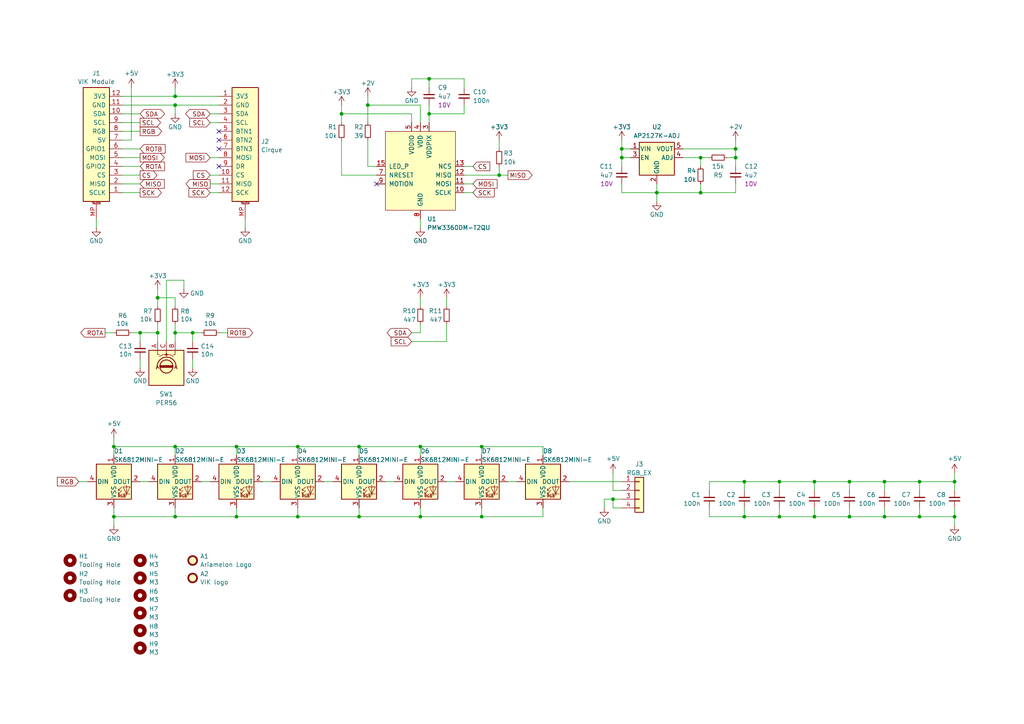
<source format=kicad_sch>
(kicad_sch (version 20230121) (generator eeschema)
  (paper "A4")
  (title_block (title "Kiwano VIK module") (date "2023-07-28") (rev "V1.0") (company "Created by Ariamelon (https://github.com/Ariamelon/Crenshaw/)") (comment 1 "Follows the VIK standard by Sadek Baroudi (https://github.com/sadekbaroudi/VIK)") (comment 2 "Licensed under CC BY 4.0."))
  (lib_symbols
    (symbol "+2V_1" (power) (pin_names (offset 0))
      (property "Value" "+2V_1" (at 0 3.81 0))
      (symbol "+2V_1_0_1"
        (polyline (pts (xy -0.762 1.27) (xy 0 2.54)))
        (polyline (pts (xy 0 0) (xy 0 2.54)))
        (polyline (pts (xy 0 2.54) (xy 0.762 1.27)))
      )
      (symbol "+2V_1_1_1"
        (pin power_in line (at 0 0 90) (length 0) hide (name "+2V") (number "1"))
      )
    )
    (symbol "+3V3_1" (power) (pin_names (offset 0))
      (property "Value" "+3V3_1" (at 0 3.556 0))
      (symbol "+3V3_1_0_1"
        (polyline (pts (xy -0.762 1.27) (xy 0 2.54)))
        (polyline (pts (xy 0 0) (xy 0 2.54)))
        (polyline (pts (xy 0 2.54) (xy 0.762 1.27)))
      )
      (symbol "+3V3_1_1_1"
        (pin power_in line (at 0 0 90) (length 0) hide (name "+3V3") (number "1"))
      )
    )
    (symbol "Connector_Generic:Conn_01x04" (pin_names (offset 1.016) hide)
      (property "Reference" "J" (at 0 5.08 0))
      (property "Value" "Conn_01x04" (at 0 -7.62 0))
      (symbol "Conn_01x04_1_1"
        (rectangle (start -1.27 -4.953) (end 0 -5.207) (stroke (width 0.1524)))
        (rectangle (start -1.27 -2.413) (end 0 -2.667) (stroke (width 0.1524)))
        (rectangle (start -1.27 0.127) (end 0 -0.127) (stroke (width 0.1524)))
        (rectangle (start -1.27 2.667) (end 0 2.413) (stroke (width 0.1524)))
        (rectangle (start -1.27 3.81) (end 1.27 -6.35) (stroke (width 0.254)) (fill (type background)))
        (pin passive line (at -5.08 2.54 0) (length 3.81) (name "Pin_1") (number "1"))
        (pin passive line (at -5.08 0 0) (length 3.81) (name "Pin_2") (number "2"))
        (pin passive line (at -5.08 -2.54 0) (length 3.81) (name "Pin_3") (number "3"))
        (pin passive line (at -5.08 -5.08 0) (length 3.81) (name "Pin_4") (number "4"))
      )
    )
    (symbol "Crenshaw:vik-module-connector" (pin_names (offset 1.016))
      (property "Reference" "J2" (at 5.08 -2.54 0))
      (property "Value" "VIK Module" (at 5.08 0 0))
      (symbol "vik-module-connector_1_1"
        (rectangle (start -3.81 15.24) (end 3.81 -17.78) (stroke (width 0.254)) (fill (type background)))
        (polyline (pts (xy -1.016 -18.542) (xy 1.016 -18.542)) (stroke (width 0.1524)))
        (text "Mounting" (at 0 -18.161 0) (effects (font (size 0.381 0.381))))
        (pin passive line (at -7.62 -15.24 0) (length 3.81) (name "SCLK") (number "1"))
        (pin passive line (at -7.62 7.62 0) (length 3.81) (name "SDA") (number "10"))
        (pin passive line (at -7.62 10.16 0) (length 3.81) (name "GND") (number "11"))
        (pin passive line (at -7.62 12.7 0) (length 3.81) (name "3V3") (number "12"))
        (pin passive line (at -7.62 -12.7 0) (length 3.81) (name "MISO") (number "2"))
        (pin passive line (at -7.62 -10.16 0) (length 3.81) (name "CS") (number "3"))
        (pin passive line (at -7.62 -7.62 0) (length 3.81) (name "GPIO2") (number "4"))
        (pin passive line (at -7.62 -5.08 0) (length 3.81) (name "MOSI") (number "5"))
        (pin passive line (at -7.62 -2.54 0) (length 3.81) (name "GPIO1") (number "6"))
        (pin passive line (at -7.62 0 0) (length 3.81) (name "5V") (number "7"))
        (pin passive line (at -7.62 2.54 0) (length 3.81) (name "RGB") (number "8"))
        (pin passive line (at -7.62 5.08 0) (length 3.81) (name "SCL") (number "9"))
        (pin passive line (at 0 -22.86 90) (length 4.318) (name "") (number "MP"))
      )
    )
    (symbol "Device:C_Small" (pin_numbers hide) (pin_names (offset 0.254) hide)
      (property "Reference" "C" (at 0.254 1.778 0))
      (property "Value" "C_Small" (at 0.254 -2.032 0))
      (symbol "C_Small_0_1"
        (polyline (pts (xy -1.524 -0.508) (xy 1.524 -0.508)) (stroke (width 0.3302)))
        (polyline (pts (xy -1.524 0.508) (xy 1.524 0.508)) (stroke (width 0.3048)))
      )
      (symbol "C_Small_1_1"
        (pin passive line (at 0 2.54 270) (length 2.032) (name "~") (number "1"))
        (pin passive line (at 0 -2.54 90) (length 2.032) (name "~") (number "2"))
      )
    )
    (symbol "Device:R_Small" (pin_numbers hide) (pin_names (offset 0.254) hide)
      (property "Reference" "R" (at 0.762 0.508 0))
      (property "Value" "R_Small" (at 0.762 -1.016 0))
      (symbol "R_Small_0_1"
        (rectangle (start -0.762 1.778) (end 0.762 -1.778) (stroke (width 0.2032)))
      )
      (symbol "R_Small_1_1"
        (pin passive line (at 0 2.54 270) (length 0.762) (name "~") (number "1"))
        (pin passive line (at 0 -2.54 90) (length 0.762) (name "~") (number "2"))
      )
    )
    (symbol "Device:RotaryEncoder" (pin_names (offset 0.254) hide)
      (property "Reference" "SW" (at 0 6.604 0))
      (property "Value" "RotaryEncoder" (at 0 -6.604 0))
      (symbol "RotaryEncoder_0_1"
        (rectangle (start -5.08 5.08) (end 5.08 -5.08) (stroke (width 0.254)) (fill (type background)))
        (circle (center -3.81 0) (radius 0.254) (fill (type outline)))
        (circle (center -0.381 0) (radius 1.905) (stroke (width 0.254)))
        (arc (start -0.381 2.667) (mid -3.0988 -0.0635) (end -0.381 -2.794) (stroke (width 0.254)))
        (polyline (pts (xy -0.635 -1.778) (xy -0.635 1.778)) (stroke (width 0.254)))
        (polyline (pts (xy -0.381 -1.778) (xy -0.381 1.778)) (stroke (width 0.254)))
        (polyline (pts (xy -0.127 1.778) (xy -0.127 -1.778)) (stroke (width 0.254)))
        (polyline (pts (xy -5.08 -2.54) (xy -3.81 -2.54) (xy -3.81 -2.032)))
        (polyline (pts (xy -5.08 2.54) (xy -3.81 2.54) (xy -3.81 2.032)))
        (polyline (pts (xy 0.254 -3.048) (xy -0.508 -2.794) (xy 0.127 -2.413)) (stroke (width 0.254)))
        (polyline (pts (xy 0.254 2.921) (xy -0.508 2.667) (xy 0.127 2.286)) (stroke (width 0.254)))
        (polyline (pts (xy -5.08 0) (xy -3.81 0) (xy -3.81 -1.016) (xy -3.302 -2.032)))
        (polyline (pts (xy -4.318 0) (xy -3.81 0) (xy -3.81 1.016) (xy -3.302 2.032)))
      )
      (symbol "RotaryEncoder_1_1"
        (pin passive line (at -7.62 2.54 0) (length 2.54) (name "A") (number "A"))
        (pin passive line (at -7.62 -2.54 0) (length 2.54) (name "B") (number "B"))
        (pin passive line (at -7.62 0 0) (length 2.54) (name "C") (number "C"))
      )
    )
    (symbol "Honeydew:+2V" (power) (pin_names (offset 0))
      (property "Value" "+2V" (at 0 3.81 0))
      (symbol "+2V_0_1"
        (polyline (pts (xy -0.762 1.27) (xy 0 2.54)))
        (polyline (pts (xy 0 0) (xy 0 2.54)))
        (polyline (pts (xy 0 2.54) (xy 0.762 1.27)))
      )
      (symbol "+2V_1_1"
        (pin power_in line (at 0 0 90) (length 0) hide (name "+2V") (number "1"))
      )
    )
    (symbol "Kiwano:Cirque" (pin_names (offset 1.016))
      (property "Reference" "J3" (at 4.572 -0.4135 0))
      (property "Value" "Cirque" (at 4.572 -2.8377 0))
      (symbol "Cirque_1_1"
        (rectangle (start -3.81 15.24) (end 3.81 -17.78) (stroke (width 0.254)) (fill (type background)))
        (polyline (pts (xy -1.016 -18.542) (xy 1.016 -18.542)) (stroke (width 0.1524)))
        (text "Mounting" (at 0 -18.161 0) (effects (font (size 0.381 0.381))))
        (pin passive line (at -7.62 12.7 0) (length 3.81) (name "3V3") (number "1"))
        (pin passive line (at -7.62 -10.16 0) (length 3.81) (name "CS") (number "10"))
        (pin passive line (at -7.62 -12.7 0) (length 3.81) (name "MISO") (number "11"))
        (pin passive line (at -7.62 -15.24 0) (length 3.81) (name "SCK") (number "12"))
        (pin passive line (at -7.62 10.16 0) (length 3.81) (name "GND") (number "2"))
        (pin passive line (at -7.62 7.62 0) (length 3.81) (name "SDA") (number "3"))
        (pin passive line (at -7.62 5.08 0) (length 3.81) (name "SCL") (number "4"))
        (pin passive line (at -7.62 2.54 0) (length 3.81) (name "BTN1") (number "5"))
        (pin passive line (at -7.62 0 0) (length 3.81) (name "BTN2") (number "6"))
        (pin passive line (at -7.62 -2.54 0) (length 3.81) (name "BTN3") (number "7"))
        (pin passive line (at -7.62 -5.08 0) (length 3.81) (name "MOSI") (number "8"))
        (pin passive line (at -7.62 -7.62 0) (length 3.81) (name "DR") (number "9"))
        (pin passive line (at 0 -22.86 90) (length 4.318) (name "") (number "MP"))
      )
    )
    (symbol "Mechanical:Fiducial"
      (property "Reference" "FID" (at 0 5.08 0))
      (property "Value" "Fiducial" (at 0 3.175 0))
      (symbol "Fiducial_0_1"
        (circle (center 0 0) (radius 1.27) (stroke (width 0.508)) (fill (type background)))
      )
    )
    (symbol "Mechanical:MountingHole" (pin_names (offset 1.016))
      (property "Reference" "H" (at 0 5.08 0))
      (property "Value" "MountingHole" (at 0 3.175 0))
      (symbol "MountingHole_0_1"
        (circle (center 0 0) (radius 1.27) (stroke (width 1.27)))
      )
    )
    (symbol "PMW3360DM-T2QU_1" (pin_names (offset 1.016))
      (property "Reference" "U" (at 0 12.7 0))
      (property "Value" "PMW3360DM-T2QU_1" (at 0 20.32 0))
      (symbol "PMW3360DM-T2QU_1_0_1"
        (rectangle (start -10.16 10.16) (end 10.16 -12.7) (fill (type background)))
      )
      (symbol "PMW3360DM-T2QU_1_1_1"
        (pin no_connect line (at -12.7 7.62 0) (length 2.54) hide (name "NC") (number "1"))
        (pin input line (at 12.7 -7.62 180) (length 2.54) (name "SCLK") (number "10"))
        (pin input line (at 12.7 -5.08 180) (length 2.54) (name "MOSI") (number "11"))
        (pin output line (at 12.7 -2.54 180) (length 2.54) (name "MISO") (number "12"))
        (pin input line (at 12.7 0 180) (length 2.54) (name "NCS") (number "13"))
        (pin no_connect line (at -12.7 7.62 0) (length 2.54) hide (name "NC") (number "14"))
        (pin input line (at -12.7 0 0) (length 2.54) (name "LED_P") (number "15"))
        (pin no_connect line (at -12.7 7.62 0) (length 2.54) hide (name "NC") (number "16"))
        (pin no_connect line (at -12.7 7.62 0) (length 2.54) hide (name "NC") (number "2"))
        (pin power_in line (at 2.54 12.7 270) (length 2.54) (name "VDDPIX") (number "3"))
        (pin power_in line (at 0 12.7 270) (length 2.54) (name "VDD") (number "4"))
        (pin power_in line (at -2.54 12.7 270) (length 2.54) (name "VDDIO") (number "5"))
        (pin no_connect line (at -12.7 7.62 0) (length 2.54) hide (name "NC") (number "6"))
        (pin input line (at -12.7 -2.54 0) (length 2.54) (name "NRESET") (number "7"))
        (pin power_in line (at 0 -15.24 90) (length 2.54) (name "GND") (number "8"))
        (pin output line (at -12.7 -5.08 0) (length 2.54) (name "MOTION") (number "9"))
      )
    )
    (symbol "Regulator_Linear:AP2127K-ADJ" (pin_names (offset 0.254))
      (property "Reference" "U" (at -5.08 5.715 0))
      (property "Value" "AP2127K-ADJ" (at 0 5.715 0))
      (symbol "AP2127K-ADJ_0_1"
        (rectangle (start -5.08 4.445) (end 5.08 -5.08) (stroke (width 0.254)) (fill (type background)))
      )
      (symbol "AP2127K-ADJ_1_1"
        (pin power_in line (at -7.62 2.54 0) (length 2.54) (name "VIN") (number "1"))
        (pin power_in line (at 0 -7.62 90) (length 2.54) (name "GND") (number "2"))
        (pin input line (at -7.62 0 0) (length 2.54) (name "EN") (number "3"))
        (pin input line (at 7.62 0 180) (length 2.54) (name "ADJ") (number "4"))
        (pin power_out line (at 7.62 2.54 180) (length 2.54) (name "VOUT") (number "5"))
      )
    )
    (symbol "SK6812MINI-E_54" (pin_names (offset 0.254))
      (property "Reference" "D" (at 5.08 5.715 0))
      (property "Value" "SK6812MINI-E_54" (at 1.27 -5.715 0))
      (symbol "SK6812MINI-E_54_0_0"
        (text "RGB" (at 2.286 -4.191 0) (effects (font (size 0.762 0.762))))
      )
      (symbol "SK6812MINI-E_54_0_1"
        (polyline (pts (xy 1.27 -3.556) (xy 1.778 -3.556)))
        (polyline (pts (xy 1.27 -2.54) (xy 1.778 -2.54)))
        (polyline (pts (xy 4.699 -3.556) (xy 2.667 -3.556)))
        (polyline (pts (xy 2.286 -2.54) (xy 1.27 -3.556) (xy 1.27 -3.048)))
        (polyline (pts (xy 2.286 -1.524) (xy 1.27 -2.54) (xy 1.27 -2.032)))
        (polyline (pts (xy 3.683 -1.016) (xy 3.683 -3.556) (xy 3.683 -4.064)))
        (polyline (pts (xy 4.699 -1.524) (xy 2.667 -1.524) (xy 3.683 -3.556) (xy 4.699 -1.524)))
        (rectangle (start 5.08 5.08) (end -5.08 -5.08) (stroke (width 0.254)) (fill (type background)))
      )
      (symbol "SK6812MINI-E_54_1_1"
        (pin power_in line (at 0 7.62 270) (length 2.54) (name "VDD") (number "1"))
        (pin output line (at 7.62 0 180) (length 2.54) (name "DOUT") (number "2"))
        (pin power_in line (at 0 -7.62 90) (length 2.54) (name "VSS") (number "3"))
        (pin input line (at -7.62 0 0) (length 2.54) (name "DIN") (number "4"))
      )
    )
    (symbol "power:+3V3" (power) (pin_names (offset 0))
      (property "Value" "+3V3" (at 0 3.556 0))
      (symbol "+3V3_0_1"
        (polyline (pts (xy -0.762 1.27) (xy 0 2.54)))
        (polyline (pts (xy 0 0) (xy 0 2.54)))
        (polyline (pts (xy 0 2.54) (xy 0.762 1.27)))
      )
      (symbol "+3V3_1_1"
        (pin power_in line (at 0 0 90) (length 0) hide (name "+3V3") (number "1"))
      )
    )
    (symbol "power:+5V" (power) (pin_names (offset 0))
      (property "Value" "+5V" (at 0 3.556 0))
      (symbol "+5V_0_1"
        (polyline (pts (xy -0.762 1.27) (xy 0 2.54)))
        (polyline (pts (xy 0 0) (xy 0 2.54)))
        (polyline (pts (xy 0 2.54) (xy 0.762 1.27)))
      )
      (symbol "+5V_1_1"
        (pin power_in line (at 0 0 90) (length 0) hide (name "+5V") (number "1"))
      )
    )
    (symbol "power:GND" (power) (pin_names (offset 0))
      (property "Value" "GND" (at 0 -3.81 0))
      (symbol "GND_0_1"
        (polyline (pts (xy 0 0) (xy 0 -1.27) (xy 1.27 -1.27) (xy 0 -2.54) (xy -1.27 -1.27) (xy 0 -1.27)))
      )
      (symbol "GND_1_1"
        (pin power_in line (at 0 0 270) (length 0) hide (name "GND") (number "1"))
      )
    )
  )
  (junction (at 86.36 129.54))
  (junction (at 144.78 50.8))
  (junction (at 99.06 33.02))
  (junction (at 33.02 149.86))
  (junction (at 246.38 149.86))
  (junction (at 276.86 149.86))
  (junction (at 33.02 129.54))
  (junction (at 139.7 149.86))
  (junction (at 50.8 27.94))
  (junction (at 104.14 149.86))
  (junction (at 246.38 139.7))
  (junction (at 139.7 129.54))
  (junction (at 45.72 86.36))
  (junction (at 226.06 139.7))
  (junction (at 40.64 96.52))
  (junction (at 68.58 129.54))
  (junction (at 50.8 30.48))
  (junction (at 45.72 96.52))
  (junction (at 180.34 45.72))
  (junction (at 104.14 129.54))
  (junction (at 121.92 129.54))
  (junction (at 50.8 96.52))
  (junction (at 215.9 149.86))
  (junction (at 236.22 149.86))
  (junction (at 266.7 149.86))
  (junction (at 86.36 149.86))
  (junction (at 124.46 22.86))
  (junction (at 213.36 43.18))
  (junction (at 190.5 55.88))
  (junction (at 256.54 139.7))
  (junction (at 213.36 45.72))
  (junction (at 276.86 139.7))
  (junction (at 106.68 30.48))
  (junction (at 50.8 129.54))
  (junction (at 50.8 149.86))
  (junction (at 180.34 43.18))
  (junction (at 266.7 139.7))
  (junction (at 203.2 45.72))
  (junction (at 226.06 149.86))
  (junction (at 215.9 139.7))
  (junction (at 68.58 149.86))
  (junction (at 55.88 96.52))
  (junction (at 236.22 139.7))
  (junction (at 121.92 149.86))
  (junction (at 177.8 144.78))
  (junction (at 124.46 33.02))
  (junction (at 256.54 149.86))
  (junction (at 203.2 55.88))
  (no_connect (at 109.22 53.34))
  (no_connect (at 63.5 38.1))
  (no_connect (at 63.5 48.26))
  (no_connect (at 63.5 40.64))
  (no_connect (at 63.5 43.18))
  (wire (pts (xy 35.56 33.02) (xy 40.64 33.02)))
  (wire (pts (xy 63.5 35.56) (xy 60.96 35.56)))
  (wire (pts (xy 48.26 81.28) (xy 53.34 81.28)))
  (wire (pts (xy 134.62 22.86) (xy 124.46 22.86)))
  (wire (pts (xy 213.36 45.72) (xy 213.36 43.18)))
  (wire (pts (xy 104.14 129.54) (xy 104.14 132.08)))
  (wire (pts (xy 203.2 45.72) (xy 205.74 45.72)))
  (wire (pts (xy 35.56 43.18) (xy 40.64 43.18)))
  (wire (pts (xy 190.5 55.88) (xy 190.5 58.42)))
  (wire (pts (xy 50.8 93.98) (xy 50.8 96.52)))
  (wire (pts (xy 215.9 139.7) (xy 205.74 139.7)))
  (wire (pts (xy 50.8 30.48) (xy 63.5 30.48)))
  (wire (pts (xy 226.06 147.32) (xy 226.06 149.86)))
  (wire (pts (xy 50.8 99.06) (xy 50.8 96.52)))
  (wire (pts (xy 213.36 48.26) (xy 213.36 45.72)))
  (wire (pts (xy 139.7 129.54) (xy 139.7 132.08)))
  (wire (pts (xy 50.8 132.08) (xy 50.8 129.54)))
  (wire (pts (xy 45.72 86.36) (xy 50.8 86.36)))
  (wire (pts (xy 129.54 86.36) (xy 129.54 88.9)))
  (wire (pts (xy 68.58 132.08) (xy 68.58 129.54)))
  (wire (pts (xy 35.56 38.1) (xy 40.64 38.1)))
  (wire (pts (xy 106.68 48.26) (xy 109.22 48.26)))
  (wire (pts (xy 30.48 96.52) (xy 33.02 96.52)))
  (wire (pts (xy 50.8 27.94) (xy 63.5 27.94)))
  (wire (pts (xy 139.7 129.54) (xy 157.48 129.54)))
  (wire (pts (xy 76.2 139.7) (xy 78.74 139.7)))
  (wire (pts (xy 86.36 147.32) (xy 86.36 149.86)))
  (wire (pts (xy 27.94 63.5) (xy 27.94 66.04)))
  (wire (pts (xy 106.68 30.48) (xy 106.68 35.56)))
  (wire (pts (xy 33.02 149.86) (xy 50.8 149.86)))
  (wire (pts (xy 121.92 30.48) (xy 121.92 35.56)))
  (wire (pts (xy 106.68 40.64) (xy 106.68 48.26)))
  (wire (pts (xy 111.76 139.7) (xy 114.3 139.7)))
  (wire (pts (xy 121.92 129.54) (xy 139.7 129.54)))
  (wire (pts (xy 35.56 35.56) (xy 40.64 35.56)))
  (wire (pts (xy 55.88 104.14) (xy 55.88 106.68)))
  (wire (pts (xy 215.9 142.24) (xy 215.9 139.7)))
  (wire (pts (xy 139.7 149.86) (xy 157.48 149.86)))
  (wire (pts (xy 256.54 149.86) (xy 246.38 149.86)))
  (wire (pts (xy 45.72 99.06) (xy 45.72 96.52)))
  (wire (pts (xy 45.72 93.98) (xy 45.72 96.52)))
  (wire (pts (xy 165.1 139.7) (xy 180.34 139.7)))
  (wire (pts (xy 276.86 147.32) (xy 276.86 149.86)))
  (wire (pts (xy 50.8 30.48) (xy 35.56 30.48)))
  (wire (pts (xy 180.34 45.72) (xy 182.88 45.72)))
  (wire (pts (xy 124.46 30.48) (xy 124.46 33.02)))
  (wire (pts (xy 60.96 55.88) (xy 63.5 55.88)))
  (wire (pts (xy 205.74 142.24) (xy 205.74 139.7)))
  (wire (pts (xy 55.88 99.06) (xy 55.88 96.52)))
  (wire (pts (xy 121.92 63.5) (xy 121.92 66.04)))
  (wire (pts (xy 266.7 147.32) (xy 266.7 149.86)))
  (wire (pts (xy 203.2 55.88) (xy 213.36 55.88)))
  (wire (pts (xy 119.38 35.56) (xy 119.38 33.02)))
  (wire (pts (xy 256.54 139.7) (xy 246.38 139.7)))
  (wire (pts (xy 180.34 147.32) (xy 177.8 147.32)))
  (wire (pts (xy 137.16 48.26) (xy 134.62 48.26)))
  (wire (pts (xy 121.92 30.48) (xy 106.68 30.48)))
  (wire (pts (xy 45.72 96.52) (xy 40.64 96.52)))
  (wire (pts (xy 99.06 40.64) (xy 99.06 50.8)))
  (wire (pts (xy 119.38 25.4) (xy 119.38 22.86)))
  (wire (pts (xy 104.14 129.54) (xy 121.92 129.54)))
  (wire (pts (xy 276.86 149.86) (xy 266.7 149.86)))
  (wire (pts (xy 190.5 55.88) (xy 190.5 53.34)))
  (wire (pts (xy 50.8 25.4) (xy 50.8 27.94)))
  (wire (pts (xy 45.72 88.9) (xy 45.72 86.36)))
  (wire (pts (xy 175.26 147.32) (xy 175.26 144.78)))
  (wire (pts (xy 256.54 142.24) (xy 256.54 139.7)))
  (wire (pts (xy 33.02 132.08) (xy 33.02 129.54)))
  (wire (pts (xy 50.8 88.9) (xy 50.8 86.36)))
  (wire (pts (xy 22.86 139.7) (xy 25.4 139.7)))
  (wire (pts (xy 121.92 129.54) (xy 121.92 132.08)))
  (wire (pts (xy 60.96 50.8) (xy 63.5 50.8)))
  (wire (pts (xy 129.54 93.98) (xy 129.54 99.06)))
  (wire (pts (xy 40.64 96.52) (xy 38.1 96.52)))
  (wire (pts (xy 266.7 149.86) (xy 256.54 149.86)))
  (wire (pts (xy 246.38 149.86) (xy 236.22 149.86)))
  (wire (pts (xy 157.48 129.54) (xy 157.48 132.08)))
  (wire (pts (xy 134.62 25.4) (xy 134.62 22.86)))
  (wire (pts (xy 50.8 30.48) (xy 50.8 33.02)))
  (wire (pts (xy 38.1 25.4) (xy 38.1 40.64)))
  (wire (pts (xy 180.34 53.34) (xy 180.34 55.88)))
  (wire (pts (xy 50.8 129.54) (xy 33.02 129.54)))
  (wire (pts (xy 276.86 139.7) (xy 266.7 139.7)))
  (wire (pts (xy 66.04 96.52) (xy 63.5 96.52)))
  (wire (pts (xy 276.86 137.16) (xy 276.86 139.7)))
  (wire (pts (xy 58.42 139.7) (xy 60.96 139.7)))
  (wire (pts (xy 45.72 83.82) (xy 45.72 86.36)))
  (wire (pts (xy 203.2 55.88) (xy 203.2 53.34)))
  (wire (pts (xy 236.22 142.24) (xy 236.22 139.7)))
  (wire (pts (xy 210.82 45.72) (xy 213.36 45.72)))
  (wire (pts (xy 106.68 27.94) (xy 106.68 30.48)))
  (wire (pts (xy 276.86 142.24) (xy 276.86 139.7)))
  (wire (pts (xy 50.8 27.94) (xy 35.56 27.94)))
  (wire (pts (xy 177.8 142.24) (xy 180.34 142.24)))
  (wire (pts (xy 71.12 63.5) (xy 71.12 66.04)))
  (wire (pts (xy 33.02 127) (xy 33.02 129.54)))
  (wire (pts (xy 119.38 96.52) (xy 121.92 96.52)))
  (wire (pts (xy 198.12 43.18) (xy 213.36 43.18)))
  (wire (pts (xy 121.92 147.32) (xy 121.92 149.86)))
  (wire (pts (xy 48.26 99.06) (xy 48.26 81.28)))
  (wire (pts (xy 86.36 132.08) (xy 86.36 129.54)))
  (wire (pts (xy 180.34 43.18) (xy 180.34 45.72)))
  (wire (pts (xy 213.36 40.64) (xy 213.36 43.18)))
  (wire (pts (xy 139.7 147.32) (xy 139.7 149.86)))
  (wire (pts (xy 86.36 129.54) (xy 104.14 129.54)))
  (wire (pts (xy 40.64 48.26) (xy 35.56 48.26)))
  (wire (pts (xy 134.62 33.02) (xy 124.46 33.02)))
  (wire (pts (xy 119.38 22.86) (xy 124.46 22.86)))
  (wire (pts (xy 50.8 147.32) (xy 50.8 149.86)))
  (wire (pts (xy 180.34 48.26) (xy 180.34 45.72)))
  (wire (pts (xy 246.38 139.7) (xy 236.22 139.7)))
  (wire (pts (xy 38.1 40.64) (xy 35.56 40.64)))
  (wire (pts (xy 60.96 45.72) (xy 63.5 45.72)))
  (wire (pts (xy 40.64 50.8) (xy 35.56 50.8)))
  (wire (pts (xy 50.8 96.52) (xy 55.88 96.52)))
  (wire (pts (xy 53.34 81.28) (xy 53.34 83.82)))
  (wire (pts (xy 144.78 43.18) (xy 144.78 40.64)))
  (wire (pts (xy 86.36 149.86) (xy 104.14 149.86)))
  (wire (pts (xy 203.2 45.72) (xy 203.2 48.26)))
  (wire (pts (xy 63.5 53.34) (xy 60.96 53.34)))
  (wire (pts (xy 129.54 99.06) (xy 119.38 99.06)))
  (wire (pts (xy 121.92 96.52) (xy 121.92 93.98)))
  (wire (pts (xy 40.64 99.06) (xy 40.64 96.52)))
  (wire (pts (xy 180.34 43.18) (xy 182.88 43.18)))
  (wire (pts (xy 99.06 30.48) (xy 99.06 33.02)))
  (wire (pts (xy 213.36 53.34) (xy 213.36 55.88)))
  (wire (pts (xy 180.34 40.64) (xy 180.34 43.18)))
  (wire (pts (xy 33.02 152.4) (xy 33.02 149.86)))
  (wire (pts (xy 43.18 139.7) (xy 40.64 139.7)))
  (wire (pts (xy 147.32 139.7) (xy 149.86 139.7)))
  (wire (pts (xy 33.02 147.32) (xy 33.02 149.86)))
  (wire (pts (xy 157.48 147.32) (xy 157.48 149.86)))
  (wire (pts (xy 246.38 142.24) (xy 246.38 139.7)))
  (wire (pts (xy 121.92 86.36) (xy 121.92 88.9)))
  (wire (pts (xy 124.46 22.86) (xy 124.46 25.4)))
  (wire (pts (xy 236.22 149.86) (xy 226.06 149.86)))
  (wire (pts (xy 93.98 139.7) (xy 96.52 139.7)))
  (wire (pts (xy 68.58 149.86) (xy 68.58 147.32)))
  (wire (pts (xy 99.06 33.02) (xy 99.06 35.56)))
  (wire (pts (xy 99.06 33.02) (xy 119.38 33.02)))
  (wire (pts (xy 226.06 142.24) (xy 226.06 139.7)))
  (wire (pts (xy 35.56 53.34) (xy 40.64 53.34)))
  (wire (pts (xy 177.8 137.16) (xy 177.8 142.24)))
  (wire (pts (xy 175.26 144.78) (xy 177.8 144.78)))
  (wire (pts (xy 205.74 147.32) (xy 205.74 149.86)))
  (wire (pts (xy 190.5 55.88) (xy 203.2 55.88)))
  (wire (pts (xy 144.78 50.8) (xy 147.32 50.8)))
  (wire (pts (xy 236.22 139.7) (xy 226.06 139.7)))
  (wire (pts (xy 99.06 50.8) (xy 109.22 50.8)))
  (wire (pts (xy 177.8 147.32) (xy 177.8 144.78)))
  (wire (pts (xy 198.12 45.72) (xy 203.2 45.72)))
  (wire (pts (xy 121.92 149.86) (xy 139.7 149.86)))
  (wire (pts (xy 215.9 149.86) (xy 205.74 149.86)))
  (wire (pts (xy 55.88 96.52) (xy 58.42 96.52)))
  (wire (pts (xy 129.54 139.7) (xy 132.08 139.7)))
  (wire (pts (xy 137.16 55.88) (xy 134.62 55.88)))
  (wire (pts (xy 246.38 147.32) (xy 246.38 149.86)))
  (wire (pts (xy 276.86 152.4) (xy 276.86 149.86)))
  (wire (pts (xy 68.58 129.54) (xy 86.36 129.54)))
  (wire (pts (xy 137.16 53.34) (xy 134.62 53.34)))
  (wire (pts (xy 226.06 149.86) (xy 215.9 149.86)))
  (wire (pts (xy 134.62 30.48) (xy 134.62 33.02)))
  (wire (pts (xy 226.06 139.7) (xy 215.9 139.7)))
  (wire (pts (xy 177.8 144.78) (xy 180.34 144.78)))
  (wire (pts (xy 144.78 48.26) (xy 144.78 50.8)))
  (wire (pts (xy 50.8 149.86) (xy 68.58 149.86)))
  (wire (pts (xy 40.64 104.14) (xy 40.64 106.68)))
  (wire (pts (xy 124.46 33.02) (xy 124.46 35.56)))
  (wire (pts (xy 104.14 147.32) (xy 104.14 149.86)))
  (wire (pts (xy 63.5 33.02) (xy 60.96 33.02)))
  (wire (pts (xy 266.7 142.24) (xy 266.7 139.7)))
  (wire (pts (xy 215.9 147.32) (xy 215.9 149.86)))
  (wire (pts (xy 104.14 149.86) (xy 121.92 149.86)))
  (wire (pts (xy 68.58 149.86) (xy 86.36 149.86)))
  (wire (pts (xy 236.22 147.32) (xy 236.22 149.86)))
  (wire (pts (xy 256.54 147.32) (xy 256.54 149.86)))
  (wire (pts (xy 180.34 55.88) (xy 190.5 55.88)))
  (wire (pts (xy 40.64 55.88) (xy 35.56 55.88)))
  (wire (pts (xy 134.62 50.8) (xy 144.78 50.8)))
  (wire (pts (xy 68.58 129.54) (xy 50.8 129.54)))
  (wire (pts (xy 266.7 139.7) (xy 256.54 139.7)))
  (wire (pts (xy 40.64 45.72) (xy 35.56 45.72)))
  (global_label "CS" (shape output) (at 40.64 50.8 0) (property "Intersheetrefs" "${INTERSHEET_REFS}" (effects hide)))
  (global_label "ROTB" (shape input) (at 40.64 43.18 0) (property "Intersheetrefs" "${INTERSHEET_REFS}" (effects hide)))
  (global_label "ROTA" (shape input) (at 40.64 48.26 0) (property "Intersheetrefs" "${INTERSHEET_REFS}" (effects hide)))
  (global_label "MOSI" (shape input) (at 60.96 45.72 180) (property "Intersheetrefs" "${INTERSHEET_REFS}" (effects hide)))
  (global_label "SCK" (shape input) (at 137.16 55.88 0) (property "Intersheetrefs" "${INTERSHEET_REFS}" (effects hide)))
  (global_label "RGB" (shape output) (at 40.64 38.1 0) (property "Intersheetrefs" "${INTERSHEET_REFS}" (effects hide)))
  (global_label "SCK" (shape input) (at 60.96 55.88 180) (property "Intersheetrefs" "${INTERSHEET_REFS}" (effects hide)))
  (global_label "RGB" (shape input) (at 22.86 139.7 180) (property "Intersheetrefs" "${INTERSHEET_REFS}" (effects hide)))
  (global_label "SCL" (shape input) (at 119.38 99.06 180) (property "Intersheetrefs" "${INTERSHEET_REFS}" (effects hide)))
  (global_label "MISO" (shape output) (at 60.96 53.34 180) (property "Intersheetrefs" "${INTERSHEET_REFS}" (effects hide)))
  (global_label "SDA" (shape bidirectional) (at 60.96 33.02 180) (property "Intersheetrefs" "${INTERSHEET_REFS}" (effects hide)))
  (global_label "SDA" (shape bidirectional) (at 119.38 96.52 180) (property "Intersheetrefs" "${INTERSHEET_REFS}" (effects hide)))
  (global_label "SCK" (shape output) (at 40.64 55.88 0) (property "Intersheetrefs" "${INTERSHEET_REFS}" (effects hide)))
  (global_label "CS" (shape input) (at 137.16 48.26 0) (property "Intersheetrefs" "${INTERSHEET_REFS}" (effects hide)))
  (global_label "SDA" (shape bidirectional) (at 40.64 33.02 0) (property "Intersheetrefs" "${INTERSHEET_REFS}" (effects hide)))
  (global_label "SCL" (shape output) (at 40.64 35.56 0) (property "Intersheetrefs" "${INTERSHEET_REFS}" (effects hide)))
  (global_label "MOSI" (shape output) (at 40.64 45.72 0) (property "Intersheetrefs" "${INTERSHEET_REFS}" (effects hide)))
  (global_label "MISO" (shape output) (at 147.32 50.8 0) (property "Intersheetrefs" "${INTERSHEET_REFS}" (effects hide)))
  (global_label "ROTB" (shape output) (at 66.04 96.52 0) (property "Intersheetrefs" "${INTERSHEET_REFS}" (effects hide)))
  (global_label "MOSI" (shape input) (at 137.16 53.34 0) (property "Intersheetrefs" "${INTERSHEET_REFS}" (effects hide)))
  (global_label "SCL" (shape input) (at 60.96 35.56 180) (property "Intersheetrefs" "${INTERSHEET_REFS}" (effects hide)))
  (global_label "MISO" (shape input) (at 40.64 53.34 0) (property "Intersheetrefs" "${INTERSHEET_REFS}" (effects hide)))
  (global_label "ROTA" (shape output) (at 30.48 96.52 180) (property "Intersheetrefs" "${INTERSHEET_REFS}" (effects hide)))
  (global_label "CS" (shape input) (at 60.96 50.8 180) (property "Intersheetrefs" "${INTERSHEET_REFS}" (effects hide)))
  (symbol (lib_id "Mechanical:MountingHole") (at 40.64 172.72 0) (mirror y) (unit 1) (in_bom no)
    (property "Reference" "H6" (at 43.18 171.5079 0) (effects (justify right)))
    (property "Value" "M3" (at 43.18 173.9321 0) (effects (justify right)))
    (property "Footprint" "Kiwano:MountingHole_3.2mm_M3_Pad" (effects hide))
  )
  (symbol (lib_id "power:+5V") (at 33.02 127 0) (unit 1)
    (property "Reference" "#PWR015" (effects hide))
    (property "Value" "+5V" (at 33.02 122.8669 0))
  )
  (symbol (lib_id "Device:C_Small") (at 246.38 144.78 0) (mirror x) (unit 1)
    (property "Reference" "C5" (at 243.84 143.51 0) (effects (justify right)))
    (property "Value" "100n" (at 243.84 146.05 0) (effects (justify right)))
    (property "Footprint" "Capacitor_SMD:C_0402_1005Metric" (effects hide))
    (property "Description" "0402 capacitor" (effects hide))
    (property "LCSC" "C307331" (effects hide))
    (property "Voltage" "50V" (effects hide))
  )
  (symbol (lib_id "power:GND") (at 50.8 33.02 0) (mirror y) (unit 1)
    (property "Reference" "#PWR04" (effects hide))
    (property "Value" "GND" (at 50.8 36.83 0))
  )
  (symbol (lib_id "Device:C_Small") (at 276.86 144.78 0) (mirror x) (unit 1)
    (property "Reference" "C8" (at 274.32 143.51 0) (effects (justify right)))
    (property "Value" "100n" (at 274.32 146.05 0) (effects (justify right)))
    (property "Footprint" "Capacitor_SMD:C_0402_1005Metric" (effects hide))
    (property "Description" "0402 capacitor" (effects hide))
    (property "LCSC" "C307331" (effects hide))
    (property "Voltage" "50V" (effects hide))
  )
  (symbol (lib_name "+3V3_1") (lib_id "power:+3V3") (at 144.78 40.64 0) (unit 1)
    (property "Reference" "#PWR09" (effects hide))
    (property "Value" "+3V3" (at 144.78 36.83 0))
  )
  (symbol (lib_name "SK6812MINI-E_54") (lib_id "Honeydew:SK6812MINI-E") (at 33.02 139.7 0) (unit 1)
    (property "Reference" "D1" (at 33.02 130.81 0) (effects (justify left)))
    (property "Value" "SK6812MINI-E" (at 33.02 133.35 0) (effects (justify left)))
    (property "Footprint" "Kiwano:YS-SK6812MINI-E" (effects hide))
    (property "Description" "RGB LED" (effects hide))
    (property "LCSC" "C524051" (effects hide))
  )
  (symbol (lib_id "Device:C_Small") (at 236.22 144.78 0) (mirror x) (unit 1)
    (property "Reference" "C4" (at 233.68 143.51 0) (effects (justify right)))
    (property "Value" "100n" (at 233.68 146.05 0) (effects (justify right)))
    (property "Footprint" "Capacitor_SMD:C_0402_1005Metric" (effects hide))
    (property "Description" "0402 capacitor" (effects hide))
    (property "LCSC" "C307331" (effects hide))
    (property "Voltage" "50V" (effects hide))
  )
  (symbol (lib_id "power:GND") (at 27.94 66.04 0) (mirror y) (unit 1)
    (property "Reference" "#PWR01" (effects hide))
    (property "Value" "GND" (at 27.94 69.85 0))
  )
  (symbol (lib_id "Crenshaw:vik-module-connector") (at 27.94 40.64 0) (mirror y) (unit 1)
    (property "Reference" "J1" (at 27.94 21.2557 0))
    (property "Value" "VIK Module" (at 27.94 23.6799 0))
    (property "Footprint" "Kiwano:vik-module-connector-horizontal" (effects hide))
    (property "Description" "FFC receptacle" (effects hide))
    (property "LCSC" "C424659" (effects hide))
  )
  (symbol (lib_id "Device:R_Small") (at 45.72 91.44 0) (mirror x) (unit 1)
    (property "Reference" "R7" (at 44.2214 90.2716 0) (effects (justify right)))
    (property "Value" "10k" (at 44.2214 92.583 0) (effects (justify right)))
    (property "Footprint" "Resistor_SMD:R_0402_1005Metric" (effects hide))
    (property "Description" "0402 resistor" (effects hide))
    (property "LCSC" "C25744" (effects hide))
  )
  (symbol (lib_id "Device:C_Small") (at 215.9 144.78 0) (mirror x) (unit 1)
    (property "Reference" "C2" (at 213.36 143.51 0) (effects (justify right)))
    (property "Value" "100n" (at 213.36 146.05 0) (effects (justify right)))
    (property "Footprint" "Capacitor_SMD:C_0402_1005Metric" (effects hide))
    (property "Description" "0402 capacitor" (effects hide))
    (property "LCSC" "C307331" (effects hide))
    (property "Voltage" "50V" (effects hide))
  )
  (symbol (lib_id "Device:C_Small") (at 266.7 144.78 0) (mirror x) (unit 1)
    (property "Reference" "C7" (at 264.16 143.51 0) (effects (justify right)))
    (property "Value" "100n" (at 264.16 146.05 0) (effects (justify right)))
    (property "Footprint" "Capacitor_SMD:C_0402_1005Metric" (effects hide))
    (property "Description" "0402 capacitor" (effects hide))
    (property "LCSC" "C307331" (effects hide))
    (property "Voltage" "50V" (effects hide))
  )
  (symbol (lib_id "Mechanical:MountingHole") (at 20.32 172.72 0) (unit 1) (in_bom no)
    (property "Reference" "H3" (at 22.86 171.5079 0) (effects (justify left)))
    (property "Value" "Tooling Hole" (at 22.86 173.9321 0) (effects (justify left)))
    (property "Footprint" "Kiwano:JLC Tooling Hole" (effects hide))
  )
  (symbol (lib_id "Kiwano:Cirque") (at 71.12 40.64 0) (unit 1)
    (property "Reference" "J2" (at 75.692 41.0535 0) (effects (justify left)))
    (property "Value" "Cirque" (at 75.692 43.4777 0) (effects (justify left)))
    (property "Footprint" "Kiwano:vik-cirque-connector-horizontal" (effects hide))
    (property "LCSC" "C424659" (effects hide))
    (property "Description" "FFC receptacle" (effects hide))
  )
  (symbol (lib_name "SK6812MINI-E_54") (lib_id "Honeydew:SK6812MINI-E") (at 139.7 139.7 0) (unit 1)
    (property "Reference" "D7" (at 139.7 130.81 0) (effects (justify left)))
    (property "Value" "SK6812MINI-E" (at 139.7 133.35 0) (effects (justify left)))
    (property "Footprint" "Kiwano:YS-SK6812MINI-E" (effects hide))
    (property "Description" "RGB LED" (effects hide))
    (property "LCSC" "C524051" (effects hide))
  )
  (symbol (lib_id "Regulator_Linear:AP2127K-ADJ") (at 190.5 45.72 0) (unit 1)
    (property "Reference" "U2" (at 190.5 36.83 0))
    (property "Value" "AP2127K-ADJ" (at 190.5 39.37 0))
    (property "Footprint" "Package_TO_SOT_SMD:SOT-23-5" (effects hide))
    (property "Description" "Adjustable regulator" (effects hide))
    (property "LCSC" "C96343" (effects hide))
  )
  (symbol (lib_id "Mechanical:MountingHole") (at 40.64 187.96 270) (mirror x) (unit 1) (in_bom no)
    (property "Reference" "H9" (at 43.18 186.7479 90) (effects (justify left)))
    (property "Value" "M3" (at 43.18 189.1721 90) (effects (justify left)))
    (property "Footprint" "Kiwano:MountingHole_3.2mm_M3_Pad" (effects hide))
  )
  (symbol (lib_id "Mechanical:MountingHole") (at 20.32 167.64 0) (unit 1) (in_bom no)
    (property "Reference" "H2" (at 22.86 166.4279 0) (effects (justify left)))
    (property "Value" "Tooling Hole" (at 22.86 168.8521 0) (effects (justify left)))
    (property "Footprint" "Kiwano:JLC Tooling Hole" (effects hide))
  )
  (symbol (lib_id "power:GND") (at 276.86 152.4 0) (mirror y) (unit 1)
    (property "Reference" "#PWR017" (effects hide))
    (property "Value" "GND" (at 276.86 156.21 0))
  )
  (symbol (lib_id "Mechanical:Fiducial") (at 55.88 162.56 0) (unit 1) (in_bom no)
    (property "Reference" "A1" (at 58.039 161.3479 0) (effects (justify left)))
    (property "Value" "Ariamelon Logo" (at 58.039 163.7721 0) (effects (justify left)))
    (property "Footprint" "Kiwano:Ariamelon_Logo_Mask" (effects hide))
  )
  (symbol (lib_id "Device:R_Small") (at 121.92 91.44 0) (unit 1)
    (property "Reference" "R10" (at 120.65 90.17 0) (effects (justify right)))
    (property "Value" "4k7" (at 120.65 92.71 0) (effects (justify right)))
    (property "Footprint" "Resistor_SMD:R_0402_1005Metric" (effects hide))
    (property "Description" "0402 resistor" (effects hide))
    (property "LCSC" "C25900" (effects hide))
  )
  (symbol (lib_id "Connector_Generic:Conn_01x04") (at 185.42 142.24 0) (unit 1) (in_bom no)
    (property "Reference" "J3" (at 185.42 134.62 0))
    (property "Value" "RGB_EX" (at 185.42 137.16 0))
    (property "Footprint" "Kiwano:Header_RGB" (effects hide))
    (property "Description" "DNP" (effects hide))
  )
  (symbol (lib_id "Device:R_Small") (at 99.06 38.1 180) (unit 1)
    (property "Reference" "R1" (at 97.79 36.83 0) (effects (justify left)))
    (property "Value" "10k" (at 97.79 39.37 0) (effects (justify left)))
    (property "Footprint" "Resistor_SMD:R_0402_1005Metric" (effects hide))
    (property "Description" "0402 resistor" (effects hide))
    (property "LCSC" "C25744" (effects hide))
  )
  (symbol (lib_id "Device:R_Small") (at 129.54 91.44 0) (unit 1)
    (property "Reference" "R11" (at 128.27 90.17 0) (effects (justify right)))
    (property "Value" "4k7" (at 128.27 92.71 0) (effects (justify right)))
    (property "Footprint" "Resistor_SMD:R_0402_1005Metric" (effects hide))
    (property "Description" "0402 resistor" (effects hide))
    (property "LCSC" "C25900" (effects hide))
  )
  (symbol (lib_id "power:+3V3") (at 45.72 83.82 0) (unit 1)
    (property "Reference" "#PWR021" (effects hide))
    (property "Value" "+3V3" (at 45.72 80.01 0))
  )
  (symbol (lib_id "Mechanical:MountingHole") (at 40.64 162.56 0) (mirror y) (unit 1) (in_bom no)
    (property "Reference" "H4" (at 43.18 161.3479 0) (effects (justify right)))
    (property "Value" "M3" (at 43.18 163.7721 0) (effects (justify right)))
    (property "Footprint" "Kiwano:MountingHole_3.2mm_M3_Pad" (effects hide))
  )
  (symbol (lib_id "Honeydew:+2V") (at 106.68 27.94 0) (unit 1)
    (property "Reference" "#PWR06" (effects hide))
    (property "Value" "+2V" (at 106.68 24.13 0))
  )
  (symbol (lib_id "power:GND") (at 121.92 66.04 0) (unit 1)
    (property "Reference" "#PWR08" (effects hide))
    (property "Value" "GND" (at 121.92 69.85 0))
  )
  (symbol (lib_id "power:+3V3") (at 180.34 40.64 0) (unit 1)
    (property "Reference" "#PWR010" (effects hide))
    (property "Value" "+3V3" (at 180.34 36.83 0))
  )
  (symbol (lib_id "Device:C_Small") (at 40.64 101.6 180) (unit 1)
    (property "Reference" "C13" (at 38.3032 100.4316 0) (effects (justify left)))
    (property "Value" "10n" (at 38.3032 102.743 0) (effects (justify left)))
    (property "Footprint" "Capacitor_SMD:C_0402_1005Metric" (effects hide))
    (property "Description" "0402 capacitor" (effects hide))
    (property "LCSC" "C15195" (effects hide))
    (property "Voltage" "50V" (effects hide))
  )
  (symbol (lib_id "power:GND") (at 33.02 152.4 0) (mirror y) (unit 1)
    (property "Reference" "#PWR014" (effects hide))
    (property "Value" "GND" (at 33.02 156.21 0))
  )
  (symbol (lib_id "Device:RotaryEncoder") (at 48.26 106.68 90) (mirror x) (unit 1)
    (property "Reference" "SW1" (at 48.26 114.3 90))
    (property "Value" "PER56" (at 48.26 116.84 90))
    (property "Footprint" "Kiwano:PER56" (effects hide))
    (property "Description" "Rotary ring encoder" (effects hide))
    (property "LCSC" "C470483" (effects hide))
  )
  (symbol (lib_id "Device:R_Small") (at 106.68 38.1 0) (mirror x) (unit 1)
    (property "Reference" "R2" (at 105.41 36.83 0) (effects (justify right)))
    (property "Value" "39" (at 105.41 39.37 0) (effects (justify right)))
    (property "Footprint" "Resistor_SMD:R_0402_1005Metric" (effects hide))
    (property "Description" "0402 resistor" (effects hide))
    (property "LCSC" "C25164" (effects hide))
  )
  (symbol (lib_id "power:GND") (at 53.34 83.82 0) (unit 1)
    (property "Reference" "#PWR022" (effects hide))
    (property "Value" "GND" (at 57.15 85.09 0))
  )
  (symbol (lib_name "PMW3360DM-T2QU_1") (lib_id "Ogen:PMW3360DM-T2QU") (at 121.92 48.26 0) (unit 1)
    (property "Reference" "U1" (at 123.8759 63.5 0) (effects (justify left)))
    (property "Value" "PMW3360DM-T2QU" (at 123.8759 66.04 0) (effects (justify left)))
    (property "Footprint" "Kiwano:IC_PMW3360DM-T2QU" (effects hide))
    (property "Description" "Optical sensor" (effects hide))
  )
  (symbol (lib_id "Mechanical:Fiducial") (at 55.88 167.64 0) (unit 1) (in_bom no)
    (property "Reference" "A2" (at 58.039 166.4279 0) (effects (justify left)))
    (property "Value" "VIK logo" (at 58.039 168.8521 0) (effects (justify left)))
    (property "Footprint" "Kiwano:vik-logo-small" (effects hide))
  )
  (symbol (lib_id "Device:C_Small") (at 180.34 50.8 0) (mirror x) (unit 1)
    (property "Reference" "C11" (at 177.8 48.26 0) (effects (justify right)))
    (property "Value" "4u7" (at 177.8 50.8 0) (effects (justify right)))
    (property "Footprint" "Capacitor_SMD:C_0402_1005Metric" (effects hide))
    (property "Description" "0402 capacitor" (effects hide))
    (property "LCSC" "C23733" (effects hide))
    (property "Voltage" "10V" (at 177.8 53.34 0) (effects (justify right)))
  )
  (symbol (lib_id "Device:R_Small") (at 208.28 45.72 270) (unit 1)
    (property "Reference" "R5" (at 208.28 50.8 90))
    (property "Value" "15k" (at 208.28 48.26 90))
    (property "Footprint" "Resistor_SMD:R_0402_1005Metric" (effects hide))
    (property "Description" "0402 resistor" (effects hide))
    (property "LCSC" "C25756" (effects hide))
  )
  (symbol (lib_id "Device:C_Small") (at 55.88 101.6 180) (unit 1)
    (property "Reference" "C14" (at 58.2168 100.4316 0) (effects (justify right)))
    (property "Value" "10n" (at 58.2168 102.743 0) (effects (justify right)))
    (property "Footprint" "Capacitor_SMD:C_0402_1005Metric" (effects hide))
    (property "Description" "0402 capacitor" (effects hide))
    (property "LCSC" "C15195" (effects hide))
    (property "Voltage" "50V" (effects hide))
  )
  (symbol (lib_id "Device:C_Small") (at 213.36 50.8 180) (unit 1)
    (property "Reference" "C12" (at 215.9 48.26 0) (effects (justify right)))
    (property "Value" "4u7" (at 215.9 50.8 0) (effects (justify right)))
    (property "Footprint" "Capacitor_SMD:C_0402_1005Metric" (effects hide))
    (property "Description" "0402 capacitor" (effects hide))
    (property "LCSC" "C23733" (effects hide))
    (property "Voltage" "10V" (at 215.9 53.34 0) (effects (justify right)))
  )
  (symbol (lib_id "Device:C_Small") (at 205.74 144.78 0) (mirror x) (unit 1)
    (property "Reference" "C1" (at 203.2 143.51 0) (effects (justify right)))
    (property "Value" "100n" (at 203.2 146.05 0) (effects (justify right)))
    (property "Footprint" "Capacitor_SMD:C_0402_1005Metric" (effects hide))
    (property "Description" "0402 capacitor" (effects hide))
    (property "LCSC" "C307331" (effects hide))
    (property "Voltage" "50V" (effects hide))
  )
  (symbol (lib_id "power:GND") (at 175.26 147.32 0) (mirror y) (unit 1)
    (property "Reference" "#PWR018" (effects hide))
    (property "Value" "GND" (at 175.26 151.13 0))
  )
  (symbol (lib_name "SK6812MINI-E_54") (lib_id "Honeydew:SK6812MINI-E") (at 121.92 139.7 0) (unit 1)
    (property "Reference" "D6" (at 121.92 130.81 0) (effects (justify left)))
    (property "Value" "SK6812MINI-E" (at 121.92 133.35 0) (effects (justify left)))
    (property "Footprint" "Kiwano:YS-SK6812MINI-E" (effects hide))
    (property "Description" "RGB LED" (effects hide))
    (property "LCSC" "C524051" (effects hide))
  )
  (symbol (lib_id "power:GND") (at 55.88 106.68 0) (unit 1)
    (property "Reference" "#PWR023" (effects hide))
    (property "Value" "GND" (at 55.88 110.49 0))
  )
  (symbol (lib_id "Device:C_Small") (at 124.46 27.94 180) (unit 1)
    (property "Reference" "C9" (at 127 25.4 0) (effects (justify right)))
    (property "Value" "4u7" (at 127 27.94 0) (effects (justify right)))
    (property "Footprint" "Capacitor_SMD:C_0402_1005Metric" (effects hide))
    (property "Description" "0402 capacitor" (effects hide))
    (property "LCSC" "C23733" (effects hide))
    (property "Voltage" "10V" (at 127 30.48 0) (effects (justify right)))
  )
  (symbol (lib_id "Mechanical:MountingHole") (at 20.32 162.56 0) (unit 1) (in_bom no)
    (property "Reference" "H1" (at 22.86 161.3479 0) (effects (justify left)))
    (property "Value" "Tooling Hole" (at 22.86 163.7721 0) (effects (justify left)))
    (property "Footprint" "Kiwano:JLC Tooling Hole" (effects hide))
  )
  (symbol (lib_id "power:GND") (at 71.12 66.04 0) (unit 1)
    (property "Reference" "#PWR012" (effects hide))
    (property "Value" "GND" (at 71.12 69.85 0))
  )
  (symbol (lib_id "Mechanical:MountingHole") (at 40.64 167.64 270) (mirror x) (unit 1) (in_bom no)
    (property "Reference" "H5" (at 43.18 166.4279 90) (effects (justify left)))
    (property "Value" "M3" (at 43.18 168.8521 90) (effects (justify left)))
    (property "Footprint" "Kiwano:MountingHole_3.2mm_M3_Pad" (effects hide))
  )
  (symbol (lib_name "SK6812MINI-E_54") (lib_id "Honeydew:SK6812MINI-E") (at 68.58 139.7 0) (unit 1)
    (property "Reference" "D3" (at 68.58 130.81 0) (effects (justify left)))
    (property "Value" "SK6812MINI-E" (at 68.58 133.35 0) (effects (justify left)))
    (property "Footprint" "Kiwano:YS-SK6812MINI-E" (effects hide))
    (property "Description" "RGB LED" (effects hide))
    (property "LCSC" "C524051" (effects hide))
  )
  (symbol (lib_id "power:GND") (at 190.5 58.42 0) (unit 1)
    (property "Reference" "#PWR011" (effects hide))
    (property "Value" "GND" (at 190.5 62.23 0))
  )
  (symbol (lib_id "power:GND") (at 40.64 106.68 0) (unit 1)
    (property "Reference" "#PWR020" (effects hide))
    (property "Value" "GND" (at 40.64 110.49 0))
  )
  (symbol (lib_name "SK6812MINI-E_54") (lib_id "Honeydew:SK6812MINI-E") (at 86.36 139.7 0) (unit 1)
    (property "Reference" "D4" (at 86.36 130.81 0) (effects (justify left)))
    (property "Value" "SK6812MINI-E" (at 86.36 133.35 0) (effects (justify left)))
    (property "Footprint" "Kiwano:YS-SK6812MINI-E" (effects hide))
    (property "Description" "RGB LED" (effects hide))
    (property "LCSC" "C524051" (effects hide))
  )
  (symbol (lib_id "Device:R_Small") (at 35.56 96.52 90) (mirror x) (unit 1)
    (property "Reference" "R6" (at 35.56 91.5416 90))
    (property "Value" "10k" (at 35.56 93.853 90))
    (property "Footprint" "Resistor_SMD:R_0402_1005Metric" (effects hide))
    (property "Description" "0402 resistor" (effects hide))
    (property "LCSC" "C25744" (effects hide))
  )
  (symbol (lib_id "Device:C_Small") (at 226.06 144.78 0) (mirror x) (unit 1)
    (property "Reference" "C3" (at 223.52 143.51 0) (effects (justify right)))
    (property "Value" "100n" (at 223.52 146.05 0) (effects (justify right)))
    (property "Footprint" "Capacitor_SMD:C_0402_1005Metric" (effects hide))
    (property "Description" "0402 capacitor" (effects hide))
    (property "LCSC" "C307331" (effects hide))
    (property "Voltage" "50V" (effects hide))
  )
  (symbol (lib_id "Device:C_Small") (at 134.62 27.94 0) (unit 1)
    (property "Reference" "C10" (at 137.16 26.67 0) (effects (justify left)))
    (property "Value" "100n" (at 137.16 29.21 0) (effects (justify left)))
    (property "Footprint" "Capacitor_SMD:C_0402_1005Metric" (effects hide))
    (property "Description" "0402 capacitor" (effects hide))
    (property "LCSC" "C307331" (effects hide))
    (property "Voltage" "50V" (effects hide))
  )
  (symbol (lib_name "+3V3_1") (lib_id "power:+3V3") (at 99.06 30.48 0) (unit 1)
    (property "Reference" "#PWR05" (effects hide))
    (property "Value" "+3V3" (at 99.06 26.67 0))
  )
  (symbol (lib_id "power:GND") (at 119.38 25.4 0) (unit 1)
    (property "Reference" "#PWR07" (effects hide))
    (property "Value" "GND" (at 119.38 29.21 0))
  )
  (symbol (lib_name "+2V_1") (lib_id "Honeydew:+2V") (at 213.36 40.64 0) (unit 1)
    (property "Reference" "#PWR013" (effects hide))
    (property "Value" "+2V" (at 213.36 36.83 0))
  )
  (symbol (lib_id "power:+5V") (at 276.86 137.16 0) (unit 1)
    (property "Reference" "#PWR016" (effects hide))
    (property "Value" "+5V" (at 276.86 133.0269 0))
  )
  (symbol (lib_id "Device:R_Small") (at 203.2 50.8 0) (unit 1)
    (property "Reference" "R4" (at 201.93 49.53 0) (effects (justify right)))
    (property "Value" "10k" (at 201.93 52.07 0) (effects (justify right)))
    (property "Footprint" "Resistor_SMD:R_0402_1005Metric" (effects hide))
    (property "Description" "0402 resistor" (effects hide))
    (property "LCSC" "C25744" (effects hide))
  )
  (symbol (lib_id "Device:R_Small") (at 50.8 91.44 0) (unit 1)
    (property "Reference" "R8" (at 52.2986 90.2716 0) (effects (justify left)))
    (property "Value" "10k" (at 52.2986 92.583 0) (effects (justify left)))
    (property "Footprint" "Resistor_SMD:R_0402_1005Metric" (effects hide))
    (property "Description" "0402 resistor" (effects hide))
    (property "LCSC" "C25744" (effects hide))
  )
  (symbol (lib_id "Device:R_Small") (at 60.96 96.52 90) (mirror x) (unit 1)
    (property "Reference" "R9" (at 60.96 91.5416 90))
    (property "Value" "10k" (at 60.96 93.853 90))
    (property "Footprint" "Resistor_SMD:R_0402_1005Metric" (effects hide))
    (property "Description" "0402 resistor" (effects hide))
    (property "LCSC" "C25744" (effects hide))
  )
  (symbol (lib_name "+3V3_1") (lib_id "power:+3V3") (at 121.92 86.36 0) (unit 1)
    (property "Reference" "#PWR024" (effects hide))
    (property "Value" "+3V3" (at 121.92 82.55 0))
  )
  (symbol (lib_id "Mechanical:MountingHole") (at 40.64 182.88 270) (mirror x) (unit 1) (in_bom no)
    (property "Reference" "H8" (at 43.18 181.6679 90) (effects (justify left)))
    (property "Value" "M3" (at 43.18 184.0921 90) (effects (justify left)))
    (property "Footprint" "Kiwano:MountingHole_3.2mm_M3_Pad" (effects hide))
  )
  (symbol (lib_name "SK6812MINI-E_54") (lib_id "Honeydew:SK6812MINI-E") (at 50.8 139.7 0) (unit 1)
    (property "Reference" "D2" (at 50.8 130.81 0) (effects (justify left)))
    (property "Value" "SK6812MINI-E" (at 50.8 133.35 0) (effects (justify left)))
    (property "Footprint" "Kiwano:YS-SK6812MINI-E" (effects hide))
    (property "Description" "RGB LED" (effects hide))
    (property "LCSC" "C524051" (effects hide))
  )
  (symbol (lib_id "Device:R_Small") (at 144.78 45.72 180) (unit 1)
    (property "Reference" "R3" (at 146.05 44.45 0) (effects (justify right)))
    (property "Value" "10k" (at 146.05 46.99 0) (effects (justify right)))
    (property "Footprint" "Resistor_SMD:R_0402_1005Metric" (effects hide))
    (property "Description" "0402 resistor" (effects hide))
    (property "LCSC" "C25744" (effects hide))
  )
  (symbol (lib_id "power:+5V") (at 38.1 25.4 0) (unit 1)
    (property "Reference" "#PWR02" (effects hide))
    (property "Value" "+5V" (at 38.1 21.2669 0))
  )
  (symbol (lib_name "+3V3_1") (lib_id "power:+3V3") (at 129.54 86.36 0) (unit 1)
    (property "Reference" "#PWR025" (effects hide))
    (property "Value" "+3V3" (at 129.54 82.55 0))
  )
  (symbol (lib_id "power:+5V") (at 177.8 137.16 0) (unit 1)
    (property "Reference" "#PWR019" (effects hide))
    (property "Value" "+5V" (at 177.8 133.0269 0))
  )
  (symbol (lib_name "+3V3_1") (lib_id "power:+3V3") (at 50.8 25.4 0) (unit 1)
    (property "Reference" "#PWR03" (effects hide))
    (property "Value" "+3V3" (at 50.8 21.59 0))
  )
  (symbol (lib_id "Mechanical:MountingHole") (at 40.64 177.8 270) (mirror x) (unit 1) (in_bom no)
    (property "Reference" "H7" (at 43.18 176.5879 90) (effects (justify left)))
    (property "Value" "M3" (at 43.18 179.0121 90) (effects (justify left)))
    (property "Footprint" "Kiwano:MountingHole_3.2mm_M3_Pad" (effects hide))
  )
  (symbol (lib_id "Device:C_Small") (at 256.54 144.78 0) (mirror x) (unit 1)
    (property "Reference" "C6" (at 254 143.51 0) (effects (justify right)))
    (property "Value" "100n" (at 254 146.05 0) (effects (justify right)))
    (property "Footprint" "Capacitor_SMD:C_0402_1005Metric" (effects hide))
    (property "Description" "0402 capacitor" (effects hide))
    (property "LCSC" "C307331" (effects hide))
    (property "Voltage" "50V" (effects hide))
  )
  (symbol (lib_name "SK6812MINI-E_54") (lib_id "Honeydew:SK6812MINI-E") (at 157.48 139.7 0) (unit 1)
    (property "Reference" "D8" (at 157.48 130.81 0) (effects (justify left)))
    (property "Value" "SK6812MINI-E" (at 157.48 133.35 0) (effects (justify left)))
    (property "Footprint" "Kiwano:YS-SK6812MINI-E" (effects hide))
    (property "Description" "RGB LED" (effects hide))
    (property "LCSC" "C524051" (effects hide))
  )
  (symbol (lib_name "SK6812MINI-E_54") (lib_id "Honeydew:SK6812MINI-E") (at 104.14 139.7 0) (unit 1)
    (property "Reference" "D5" (at 104.14 130.81 0) (effects (justify left)))
    (property "Value" "SK6812MINI-E" (at 104.14 133.35 0) (effects (justify left)))
    (property "Footprint" "Kiwano:YS-SK6812MINI-E" (effects hide))
    (property "Description" "RGB LED" (effects hide))
    (property "LCSC" "C524051" (effects hide))
  )
)
</source>
